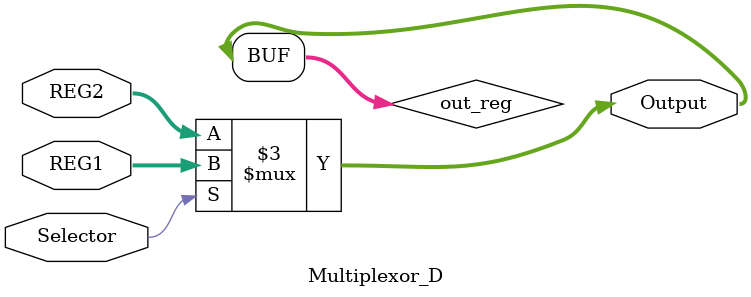
<source format=sv>
module Multiplexor_D 
(
	// Input 
//	input 				clk,
	input 				Selector,
	input 	[15:0]	REG1,
	input 	[15:0]	REG2,
	// Output 
	output	[15:0]	Output
);
reg [15:0] out_reg;
always_comb//ff @(posedge clk)
	begin
		if(Selector)
			out_reg = REG1;
		else
			out_reg = REG2;
	end
assign Output = out_reg;
endmodule
</source>
